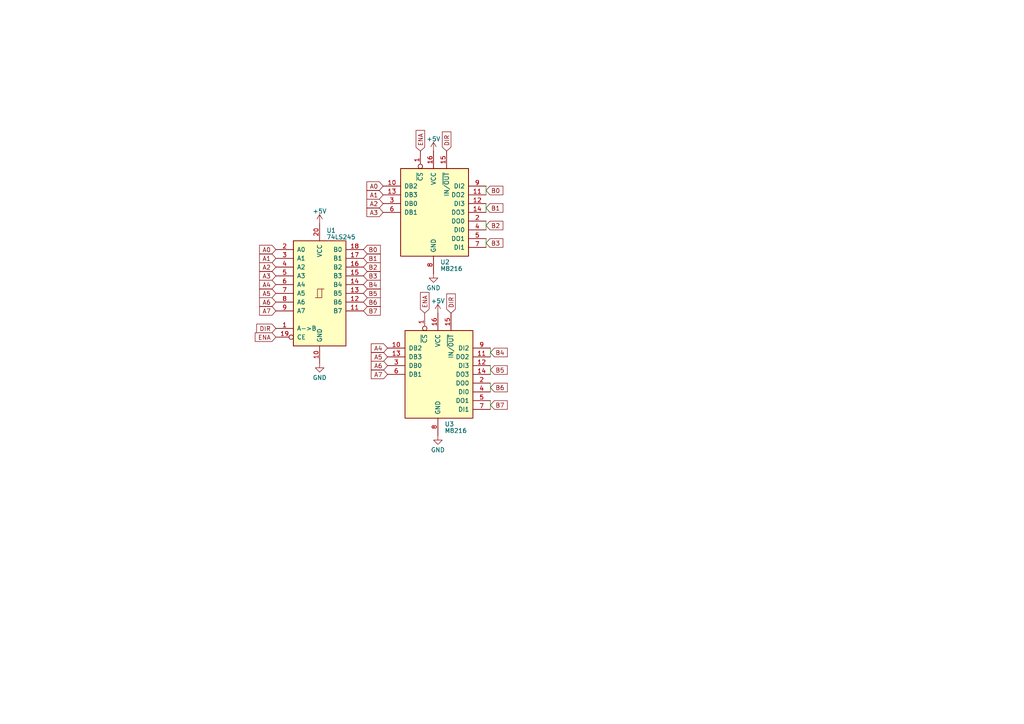
<source format=kicad_sch>
(kicad_sch (version 20231120) (generator "eeschema") (generator_version "8.0")
  (paper "A4")
  (lib_symbols
    (symbol "74xx:74LS245" (pin_names (offset 1.016))
      (property "Reference" "U" (at -7.62 16.51 0))
      (property "Value" "74LS245" (at -7.62 -16.51 0))
      (symbol "74LS245_1_0"
        (polyline (pts (xy -0.635 -1.27) (xy -0.635 1.27) (xy 0.635 1.27)))
        (polyline (pts (xy -1.27 -1.27) (xy 0.635 -1.27) (xy 0.635 1.27) (xy 1.27 1.27)))
        (pin input line (at -12.7 -10.16 0) (length 5.08) (name "A->B") (number "1"))
        (pin power_in line (at 0 -20.32 90) (length 5.08) (name "GND") (number "10"))
        (pin tri_state line (at 12.7 -5.08 180) (length 5.08) (name "B7") (number "11"))
        (pin tri_state line (at 12.7 -2.54 180) (length 5.08) (name "B6") (number "12"))
        (pin tri_state line (at 12.7 0 180) (length 5.08) (name "B5") (number "13"))
        (pin tri_state line (at 12.7 2.54 180) (length 5.08) (name "B4") (number "14"))
        (pin tri_state line (at 12.7 5.08 180) (length 5.08) (name "B3") (number "15"))
        (pin tri_state line (at 12.7 7.62 180) (length 5.08) (name "B2") (number "16"))
        (pin tri_state line (at 12.7 10.16 180) (length 5.08) (name "B1") (number "17"))
        (pin tri_state line (at 12.7 12.7 180) (length 5.08) (name "B0") (number "18"))
        (pin input inverted (at -12.7 -12.7 0) (length 5.08) (name "CE") (number "19"))
        (pin tri_state line (at -12.7 12.7 0) (length 5.08) (name "A0") (number "2"))
        (pin power_in line (at 0 20.32 270) (length 5.08) (name "VCC") (number "20"))
        (pin tri_state line (at -12.7 10.16 0) (length 5.08) (name "A1") (number "3"))
        (pin tri_state line (at -12.7 7.62 0) (length 5.08) (name "A2") (number "4"))
        (pin tri_state line (at -12.7 5.08 0) (length 5.08) (name "A3") (number "5"))
        (pin tri_state line (at -12.7 2.54 0) (length 5.08) (name "A4") (number "6"))
        (pin tri_state line (at -12.7 0 0) (length 5.08) (name "A5") (number "7"))
        (pin tri_state line (at -12.7 -2.54 0) (length 5.08) (name "A6") (number "8"))
        (pin tri_state line (at -12.7 -5.08 0) (length 5.08) (name "A7") (number "9"))
      )
      (symbol "74LS245_1_1"
        (rectangle (start -7.62 15.24) (end 7.62 -15.24) (stroke (width 0.254)) (fill (type background)))
      )
    )
    (symbol "Evan's parts:M8216" (pin_names (offset 1.016))
      (property "Reference" "U" (at -7.62 17.145 0))
      (property "Value" "M8216" (at -6.985 -11.43 0))
      (symbol "M8216_1_0"
        (pin input inverted (at -3.81 20.32 270) (length 5.08) (name "~{CS}") (number "1"))
        (pin bidirectional line (at -14.605 10.16 0) (length 5.08) (name "DB2") (number "10"))
        (pin output line (at 15.24 7.62 180) (length 5.08) (name "DO2") (number "11"))
        (pin input line (at 15.24 5.08 180) (length 5.08) (name "DI3") (number "12"))
        (pin bidirectional line (at -14.605 7.62 0) (length 5.08) (name "DB3") (number "13"))
        (pin output line (at 15.24 2.54 180) (length 5.08) (name "DO3") (number "14"))
        (pin bidirectional line (at 3.81 20.32 270) (length 5.08) (name "IN/~{OUT}") (number "15"))
        (pin power_in line (at 0 20.32 270) (length 5.08) (name "VCC") (number "16"))
        (pin output line (at 15.24 0 180) (length 5.08) (name "DO0") (number "2"))
        (pin bidirectional line (at -14.605 5.08 0) (length 5.08) (name "DB0") (number "3"))
        (pin input line (at 15.24 -2.54 180) (length 5.08) (name "DI0") (number "4"))
        (pin output line (at 15.24 -5.08 180) (length 5.08) (name "DO1") (number "5"))
        (pin bidirectional line (at -14.605 2.54 0) (length 5.08) (name "DB1") (number "6"))
        (pin input line (at 15.24 -7.62 180) (length 5.08) (name "DI1") (number "7"))
        (pin power_in line (at 0 -15.24 90) (length 5.08) (name "GND") (number "8"))
        (pin input line (at 15.24 10.16 180) (length 5.08) (name "DI2") (number "9"))
      )
      (symbol "M8216_1_1"
        (rectangle (start -9.525 15.24) (end 10.16 -10.16) (stroke (width 0.254)) (fill (type background)))
      )
    )
    (symbol "power:+5V" (power) (pin_names (offset 0))
      (property "Value" "+5V" (at 0 3.556 0))
      (symbol "+5V_0_1"
        (polyline (pts (xy -0.762 1.27) (xy 0 2.54)))
        (polyline (pts (xy 0 0) (xy 0 2.54)))
        (polyline (pts (xy 0 2.54) (xy 0.762 1.27)))
      )
      (symbol "+5V_1_1"
        (pin power_in line (at 0 0 90) (length 0) hide (name "+5V") (number "1"))
      )
    )
    (symbol "power:GND" (power) (pin_names (offset 0))
      (property "Value" "GND" (at 0 -3.81 0))
      (symbol "GND_0_1"
        (polyline (pts (xy 0 0) (xy 0 -1.27) (xy 1.27 -1.27) (xy 0 -2.54) (xy -1.27 -1.27) (xy 0 -1.27)))
      )
      (symbol "GND_1_1"
        (pin power_in line (at 0 0 270) (length 0) hide (name "GND") (number "1"))
      )
    )
  )
  (wire (pts (xy 142.24 111.125) (xy 142.24 113.665)))
  (wire (pts (xy 142.24 106.045) (xy 142.24 108.585)))
  (wire (pts (xy 140.97 59.055) (xy 140.97 61.595)))
  (wire (pts (xy 142.24 116.205) (xy 142.24 118.745)))
  (wire (pts (xy 140.97 69.215) (xy 140.97 71.755)))
  (wire (pts (xy 140.97 53.975) (xy 140.97 56.515)))
  (wire (pts (xy 142.24 100.965) (xy 142.24 103.505)))
  (wire (pts (xy 140.97 64.135) (xy 140.97 66.675)))
  (global_label "A1" (shape input) (at 80.01 74.93 180) (property "Intersheetrefs" "${INTERSHEET_REFS}" (effects (hide yes))))
  (global_label "B1" (shape input) (at 140.97 60.325 0) (property "Intersheetrefs" "${INTERSHEET_REFS}" (effects (hide yes))))
  (global_label "A3" (shape input) (at 80.01 80.01 180) (property "Intersheetrefs" "${INTERSHEET_REFS}" (effects (hide yes))))
  (global_label "B6" (shape input) (at 142.24 112.395 0) (property "Intersheetrefs" "${INTERSHEET_REFS}" (effects (hide yes))))
  (global_label "A2" (shape input) (at 111.125 59.055 180) (property "Intersheetrefs" "${INTERSHEET_REFS}" (effects (hide yes))))
  (global_label "B4" (shape input) (at 105.41 82.55 0) (property "Intersheetrefs" "${INTERSHEET_REFS}" (effects (hide yes))))
  (global_label "B6" (shape input) (at 105.41 87.63 0) (property "Intersheetrefs" "${INTERSHEET_REFS}" (effects (hide yes))))
  (global_label "A7" (shape input) (at 112.395 108.585 180) (property "Intersheetrefs" "${INTERSHEET_REFS}" (effects (hide yes))))
  (global_label "A0" (shape input) (at 80.01 72.39 180) (property "Intersheetrefs" "${INTERSHEET_REFS}" (effects (hide yes))))
  (global_label "A0" (shape input) (at 111.125 53.975 180) (property "Intersheetrefs" "${INTERSHEET_REFS}" (effects (hide yes))))
  (global_label "A3" (shape input) (at 111.125 61.595 180) (property "Intersheetrefs" "${INTERSHEET_REFS}" (effects (hide yes))))
  (global_label "A7" (shape input) (at 80.01 90.17 180) (property "Intersheetrefs" "${INTERSHEET_REFS}" (effects (hide yes))))
  (global_label "ENA" (shape input) (at 80.01 97.79 180) (property "Intersheetrefs" "${INTERSHEET_REFS}" (effects (hide yes))))
  (global_label "B2" (shape input) (at 140.97 65.405 0) (property "Intersheetrefs" "${INTERSHEET_REFS}" (effects (hide yes))))
  (global_label "B7" (shape input) (at 105.41 90.17 0) (property "Intersheetrefs" "${INTERSHEET_REFS}" (effects (hide yes))))
  (global_label "A2" (shape input) (at 80.01 77.47 180) (property "Intersheetrefs" "${INTERSHEET_REFS}" (effects (hide yes))))
  (global_label "B3" (shape input) (at 105.41 80.01 0) (property "Intersheetrefs" "${INTERSHEET_REFS}" (effects (hide yes))))
  (global_label "A4" (shape input) (at 112.395 100.965 180) (property "Intersheetrefs" "${INTERSHEET_REFS}" (effects (hide yes))))
  (global_label "A4" (shape input) (at 80.01 82.55 180) (property "Intersheetrefs" "${INTERSHEET_REFS}" (effects (hide yes))))
  (global_label "B5" (shape input) (at 105.41 85.09 0) (property "Intersheetrefs" "${INTERSHEET_REFS}" (effects (hide yes))))
  (global_label "A6" (shape input) (at 112.395 106.045 180) (property "Intersheetrefs" "${INTERSHEET_REFS}" (effects (hide yes))))
  (global_label "A1" (shape input) (at 111.125 56.515 180) (property "Intersheetrefs" "${INTERSHEET_REFS}" (effects (hide yes))))
  (global_label "DIR" (shape input) (at 80.01 95.25 180) (property "Intersheetrefs" "${INTERSHEET_REFS}" (effects (hide yes))))
  (global_label "A5" (shape input) (at 112.395 103.505 180) (property "Intersheetrefs" "${INTERSHEET_REFS}" (effects (hide yes))))
  (global_label "A6" (shape input) (at 80.01 87.63 180) (property "Intersheetrefs" "${INTERSHEET_REFS}" (effects (hide yes))))
  (global_label "A5" (shape input) (at 80.01 85.09 180) (property "Intersheetrefs" "${INTERSHEET_REFS}" (effects (hide yes))))
  (global_label "B4" (shape input) (at 142.24 102.235 0) (property "Intersheetrefs" "${INTERSHEET_REFS}" (effects (hide yes))))
  (global_label "B7" (shape input) (at 142.24 117.475 0) (property "Intersheetrefs" "${INTERSHEET_REFS}" (effects (hide yes))))
  (global_label "B3" (shape input) (at 140.97 70.485 0) (property "Intersheetrefs" "${INTERSHEET_REFS}" (effects (hide yes))))
  (global_label "DIR" (shape input) (at 130.81 90.805 90) (property "Intersheetrefs" "${INTERSHEET_REFS}" (effects (hide yes))))
  (global_label "B5" (shape input) (at 142.24 107.315 0) (property "Intersheetrefs" "${INTERSHEET_REFS}" (effects (hide yes))))
  (global_label "ENA" (shape input) (at 123.19 90.805 90) (property "Intersheetrefs" "${INTERSHEET_REFS}" (effects (hide yes))))
  (global_label "B1" (shape input) (at 105.41 74.93 0) (property "Intersheetrefs" "${INTERSHEET_REFS}" (effects (hide yes))))
  (global_label "B2" (shape input) (at 105.41 77.47 0) (property "Intersheetrefs" "${INTERSHEET_REFS}" (effects (hide yes))))
  (global_label "B0" (shape input) (at 140.97 55.245 0) (property "Intersheetrefs" "${INTERSHEET_REFS}" (effects (hide yes))))
  (global_label "ENA" (shape input) (at 121.92 43.815 90) (property "Intersheetrefs" "${INTERSHEET_REFS}" (effects (hide yes))))
  (global_label "DIR" (shape input) (at 129.54 43.815 90) (property "Intersheetrefs" "${INTERSHEET_REFS}" (effects (hide yes))))
  (global_label "B0" (shape input) (at 105.41 72.39 0) (property "Intersheetrefs" "${INTERSHEET_REFS}" (effects (hide yes))))
  (symbol (lib_id "74xx:74LS245") (at 92.71 85.09 0) (unit 1)
    (property "Reference" "U1" (at 94.6659 66.8401 0) (effects (justify left)))
    (property "Value" "74LS245" (at 94.6659 68.7611 0) (effects (justify left)))
    (property "Footprint" "Package_DIP:DIP-20_W7.62mm" (effects (hide yes)))
    (property "Datasheet" "http://www.ti.com/lit/gpn/sn74LS245" (effects (hide yes)))
  )
  (symbol (lib_id "power:GND") (at 127 126.365 0) (unit 1)
    (property "Reference" "#PWR05" (effects (hide yes)))
    (property "Value" "GND" (at 127 130.5005 0))
  )
  (symbol (lib_id "power:+5V") (at 92.71 64.77 0) (unit 1)
    (property "Reference" "#PWR01" (effects (hide yes)))
    (property "Value" "+5V" (at 92.71 61.2681 0))
  )
  (symbol (lib_id "power:+5V") (at 125.73 43.815 0) (unit 1)
    (property "Reference" "#PWR02" (effects (hide yes)))
    (property "Value" "+5V" (at 125.73 40.3131 0))
  )
  (symbol (lib_id "power:GND") (at 92.71 105.41 0) (unit 1)
    (property "Reference" "#PWR06" (effects (hide yes)))
    (property "Value" "GND" (at 92.71 109.5455 0))
  )
  (symbol (lib_id "power:GND") (at 125.73 79.375 0) (unit 1)
    (property "Reference" "#PWR04" (effects (hide yes)))
    (property "Value" "GND" (at 125.73 83.5105 0))
  )
  (symbol (lib_id "power:+5V") (at 127 90.805 0) (unit 1)
    (property "Reference" "#PWR03" (effects (hide yes)))
    (property "Value" "+5V" (at 127 87.3031 0))
  )
  (symbol (lib_id "Evan's parts:M8216") (at 127 111.125 0) (unit 1)
    (property "Reference" "U3" (at 128.9559 123.0075 0) (effects (justify left)))
    (property "Value" "M8216" (at 128.9559 124.9285 0) (effects (justify left)))
    (property "Footprint" "Package_DIP:DIP-16_W7.62mm" (effects (hide yes)))
  )
  (symbol (lib_id "Evan's parts:M8216") (at 125.73 64.135 0) (unit 1)
    (property "Reference" "U2" (at 127.6859 76.0175 0) (effects (justify left)))
    (property "Value" "M8216" (at 127.6859 77.9385 0) (effects (justify left)))
    (property "Footprint" "Package_DIP:DIP-16_W7.62mm" (effects (hide yes)))
  )
)
</source>
